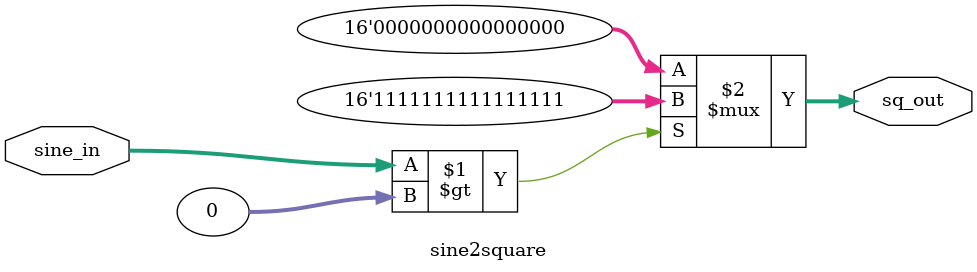
<source format=sv>
`timescale 1ns / 1ps
module sine2square(
                   input logic signed [15:0] sine_in,
                   output logic [15:0] sq_out
                   );
                   
    localparam int threshold = 0;
    assign sq_out = (sine_in > threshold) ? 16'd65535 : 16'h0;
endmodule

</source>
